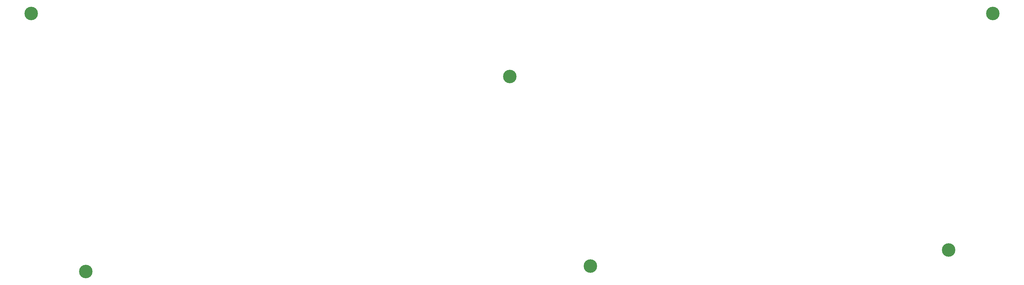
<source format=gts>
G04 #@! TF.GenerationSoftware,KiCad,Pcbnew,(5.1.10)-1*
G04 #@! TF.CreationDate,2021-08-04T14:20:10+01:00*
G04 #@! TF.ProjectId,EnvKB65_bottom,456e764b-4236-4355-9f62-6f74746f6d2e,rev?*
G04 #@! TF.SameCoordinates,Original*
G04 #@! TF.FileFunction,Soldermask,Top*
G04 #@! TF.FilePolarity,Negative*
%FSLAX46Y46*%
G04 Gerber Fmt 4.6, Leading zero omitted, Abs format (unit mm)*
G04 Created by KiCad (PCBNEW (5.1.10)-1) date 2021-08-04 14:20:10*
%MOMM*%
%LPD*%
G01*
G04 APERTURE LIST*
%ADD10C,4.400000*%
G04 APERTURE END LIST*
D10*
X251125000Y-183475000D03*
X224900000Y-121600000D03*
X367800000Y-178200000D03*
X86800000Y-185220000D03*
X69000000Y-101000000D03*
X382200000Y-101000000D03*
M02*

</source>
